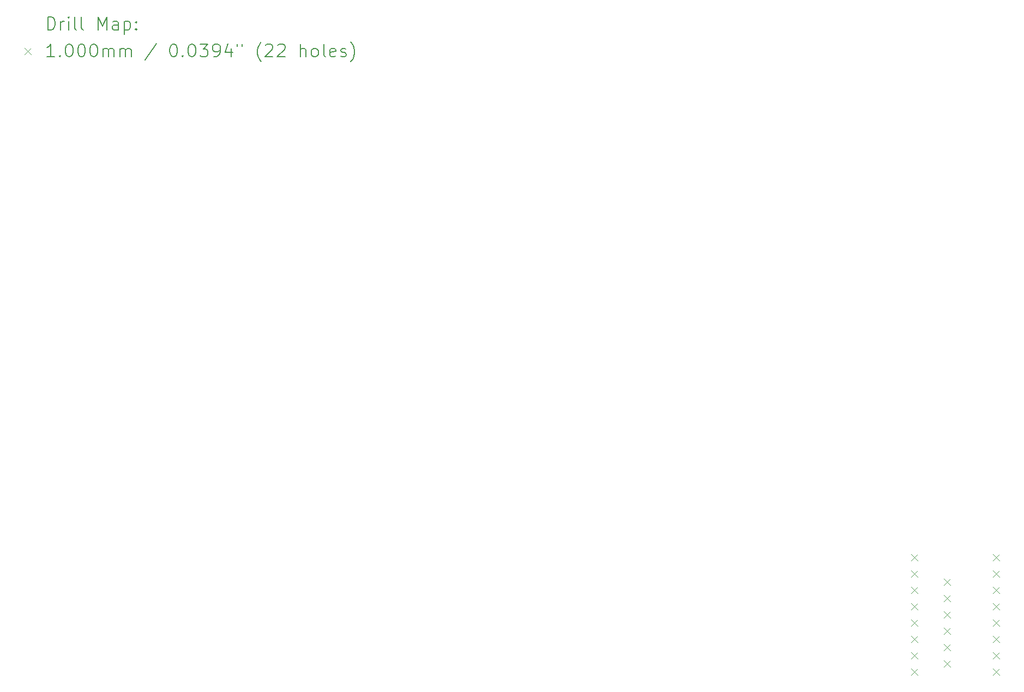
<source format=gbr>
%FSLAX45Y45*%
G04 Gerber Fmt 4.5, Leading zero omitted, Abs format (unit mm)*
G04 Created by KiCad (PCBNEW (6.0.2)) date 2025-01-10 20:51:44*
%MOMM*%
%LPD*%
G01*
G04 APERTURE LIST*
%ADD10C,0.200000*%
%ADD11C,0.100000*%
G04 APERTURE END LIST*
D10*
D11*
X13666000Y-8460500D02*
X13766000Y-8560500D01*
X13766000Y-8460500D02*
X13666000Y-8560500D01*
X13666000Y-8714500D02*
X13766000Y-8814500D01*
X13766000Y-8714500D02*
X13666000Y-8814500D01*
X13666000Y-8968500D02*
X13766000Y-9068500D01*
X13766000Y-8968500D02*
X13666000Y-9068500D01*
X13666000Y-9222500D02*
X13766000Y-9322500D01*
X13766000Y-9222500D02*
X13666000Y-9322500D01*
X13666000Y-9476500D02*
X13766000Y-9576500D01*
X13766000Y-9476500D02*
X13666000Y-9576500D01*
X13666000Y-9730500D02*
X13766000Y-9830500D01*
X13766000Y-9730500D02*
X13666000Y-9830500D01*
X13666000Y-9984500D02*
X13766000Y-10084500D01*
X13766000Y-9984500D02*
X13666000Y-10084500D01*
X13666000Y-10238500D02*
X13766000Y-10338500D01*
X13766000Y-10238500D02*
X13666000Y-10338500D01*
X14174000Y-8840000D02*
X14274000Y-8940000D01*
X14274000Y-8840000D02*
X14174000Y-8940000D01*
X14174000Y-9094000D02*
X14274000Y-9194000D01*
X14274000Y-9094000D02*
X14174000Y-9194000D01*
X14174000Y-9348000D02*
X14274000Y-9448000D01*
X14274000Y-9348000D02*
X14174000Y-9448000D01*
X14174000Y-9602000D02*
X14274000Y-9702000D01*
X14274000Y-9602000D02*
X14174000Y-9702000D01*
X14174000Y-9856000D02*
X14274000Y-9956000D01*
X14274000Y-9856000D02*
X14174000Y-9956000D01*
X14174000Y-10110000D02*
X14274000Y-10210000D01*
X14274000Y-10110000D02*
X14174000Y-10210000D01*
X14936000Y-8460500D02*
X15036000Y-8560500D01*
X15036000Y-8460500D02*
X14936000Y-8560500D01*
X14936000Y-8714500D02*
X15036000Y-8814500D01*
X15036000Y-8714500D02*
X14936000Y-8814500D01*
X14936000Y-8968500D02*
X15036000Y-9068500D01*
X15036000Y-8968500D02*
X14936000Y-9068500D01*
X14936000Y-9222500D02*
X15036000Y-9322500D01*
X15036000Y-9222500D02*
X14936000Y-9322500D01*
X14936000Y-9476500D02*
X15036000Y-9576500D01*
X15036000Y-9476500D02*
X14936000Y-9576500D01*
X14936000Y-9730500D02*
X15036000Y-9830500D01*
X15036000Y-9730500D02*
X14936000Y-9830500D01*
X14936000Y-9984500D02*
X15036000Y-10084500D01*
X15036000Y-9984500D02*
X14936000Y-10084500D01*
X14936000Y-10238500D02*
X15036000Y-10338500D01*
X15036000Y-10238500D02*
X14936000Y-10338500D01*
D10*
X257619Y-310476D02*
X257619Y-110476D01*
X305238Y-110476D01*
X333810Y-120000D01*
X352857Y-139048D01*
X362381Y-158095D01*
X371905Y-196190D01*
X371905Y-224762D01*
X362381Y-262857D01*
X352857Y-281905D01*
X333810Y-300952D01*
X305238Y-310476D01*
X257619Y-310476D01*
X457619Y-310476D02*
X457619Y-177143D01*
X457619Y-215238D02*
X467143Y-196190D01*
X476667Y-186667D01*
X495714Y-177143D01*
X514762Y-177143D01*
X581429Y-310476D02*
X581429Y-177143D01*
X581429Y-110476D02*
X571905Y-120000D01*
X581429Y-129524D01*
X590952Y-120000D01*
X581429Y-110476D01*
X581429Y-129524D01*
X705238Y-310476D02*
X686190Y-300952D01*
X676667Y-281905D01*
X676667Y-110476D01*
X810000Y-310476D02*
X790952Y-300952D01*
X781428Y-281905D01*
X781428Y-110476D01*
X1038571Y-310476D02*
X1038571Y-110476D01*
X1105238Y-253333D01*
X1171905Y-110476D01*
X1171905Y-310476D01*
X1352857Y-310476D02*
X1352857Y-205714D01*
X1343333Y-186667D01*
X1324286Y-177143D01*
X1286190Y-177143D01*
X1267143Y-186667D01*
X1352857Y-300952D02*
X1333810Y-310476D01*
X1286190Y-310476D01*
X1267143Y-300952D01*
X1257619Y-281905D01*
X1257619Y-262857D01*
X1267143Y-243809D01*
X1286190Y-234286D01*
X1333810Y-234286D01*
X1352857Y-224762D01*
X1448095Y-177143D02*
X1448095Y-377143D01*
X1448095Y-186667D02*
X1467143Y-177143D01*
X1505238Y-177143D01*
X1524286Y-186667D01*
X1533809Y-196190D01*
X1543333Y-215238D01*
X1543333Y-272381D01*
X1533809Y-291429D01*
X1524286Y-300952D01*
X1505238Y-310476D01*
X1467143Y-310476D01*
X1448095Y-300952D01*
X1629048Y-291429D02*
X1638571Y-300952D01*
X1629048Y-310476D01*
X1619524Y-300952D01*
X1629048Y-291429D01*
X1629048Y-310476D01*
X1629048Y-186667D02*
X1638571Y-196190D01*
X1629048Y-205714D01*
X1619524Y-196190D01*
X1629048Y-186667D01*
X1629048Y-205714D01*
D11*
X-100000Y-590000D02*
X0Y-690000D01*
X0Y-590000D02*
X-100000Y-690000D01*
D10*
X362381Y-730476D02*
X248095Y-730476D01*
X305238Y-730476D02*
X305238Y-530476D01*
X286190Y-559048D01*
X267143Y-578095D01*
X248095Y-587619D01*
X448095Y-711428D02*
X457619Y-720952D01*
X448095Y-730476D01*
X438571Y-720952D01*
X448095Y-711428D01*
X448095Y-730476D01*
X581429Y-530476D02*
X600476Y-530476D01*
X619524Y-540000D01*
X629048Y-549524D01*
X638571Y-568571D01*
X648095Y-606667D01*
X648095Y-654286D01*
X638571Y-692381D01*
X629048Y-711428D01*
X619524Y-720952D01*
X600476Y-730476D01*
X581429Y-730476D01*
X562381Y-720952D01*
X552857Y-711428D01*
X543333Y-692381D01*
X533810Y-654286D01*
X533810Y-606667D01*
X543333Y-568571D01*
X552857Y-549524D01*
X562381Y-540000D01*
X581429Y-530476D01*
X771905Y-530476D02*
X790952Y-530476D01*
X810000Y-540000D01*
X819524Y-549524D01*
X829048Y-568571D01*
X838571Y-606667D01*
X838571Y-654286D01*
X829048Y-692381D01*
X819524Y-711428D01*
X810000Y-720952D01*
X790952Y-730476D01*
X771905Y-730476D01*
X752857Y-720952D01*
X743333Y-711428D01*
X733809Y-692381D01*
X724286Y-654286D01*
X724286Y-606667D01*
X733809Y-568571D01*
X743333Y-549524D01*
X752857Y-540000D01*
X771905Y-530476D01*
X962381Y-530476D02*
X981428Y-530476D01*
X1000476Y-540000D01*
X1010000Y-549524D01*
X1019524Y-568571D01*
X1029048Y-606667D01*
X1029048Y-654286D01*
X1019524Y-692381D01*
X1010000Y-711428D01*
X1000476Y-720952D01*
X981428Y-730476D01*
X962381Y-730476D01*
X943333Y-720952D01*
X933809Y-711428D01*
X924286Y-692381D01*
X914762Y-654286D01*
X914762Y-606667D01*
X924286Y-568571D01*
X933809Y-549524D01*
X943333Y-540000D01*
X962381Y-530476D01*
X1114762Y-730476D02*
X1114762Y-597143D01*
X1114762Y-616190D02*
X1124286Y-606667D01*
X1143333Y-597143D01*
X1171905Y-597143D01*
X1190952Y-606667D01*
X1200476Y-625714D01*
X1200476Y-730476D01*
X1200476Y-625714D02*
X1210000Y-606667D01*
X1229048Y-597143D01*
X1257619Y-597143D01*
X1276667Y-606667D01*
X1286190Y-625714D01*
X1286190Y-730476D01*
X1381429Y-730476D02*
X1381429Y-597143D01*
X1381429Y-616190D02*
X1390952Y-606667D01*
X1410000Y-597143D01*
X1438571Y-597143D01*
X1457619Y-606667D01*
X1467143Y-625714D01*
X1467143Y-730476D01*
X1467143Y-625714D02*
X1476667Y-606667D01*
X1495714Y-597143D01*
X1524286Y-597143D01*
X1543333Y-606667D01*
X1552857Y-625714D01*
X1552857Y-730476D01*
X1943333Y-520952D02*
X1771905Y-778095D01*
X2200476Y-530476D02*
X2219524Y-530476D01*
X2238571Y-540000D01*
X2248095Y-549524D01*
X2257619Y-568571D01*
X2267143Y-606667D01*
X2267143Y-654286D01*
X2257619Y-692381D01*
X2248095Y-711428D01*
X2238571Y-720952D01*
X2219524Y-730476D01*
X2200476Y-730476D01*
X2181429Y-720952D01*
X2171905Y-711428D01*
X2162381Y-692381D01*
X2152857Y-654286D01*
X2152857Y-606667D01*
X2162381Y-568571D01*
X2171905Y-549524D01*
X2181429Y-540000D01*
X2200476Y-530476D01*
X2352857Y-711428D02*
X2362381Y-720952D01*
X2352857Y-730476D01*
X2343333Y-720952D01*
X2352857Y-711428D01*
X2352857Y-730476D01*
X2486190Y-530476D02*
X2505238Y-530476D01*
X2524286Y-540000D01*
X2533810Y-549524D01*
X2543333Y-568571D01*
X2552857Y-606667D01*
X2552857Y-654286D01*
X2543333Y-692381D01*
X2533810Y-711428D01*
X2524286Y-720952D01*
X2505238Y-730476D01*
X2486190Y-730476D01*
X2467143Y-720952D01*
X2457619Y-711428D01*
X2448095Y-692381D01*
X2438571Y-654286D01*
X2438571Y-606667D01*
X2448095Y-568571D01*
X2457619Y-549524D01*
X2467143Y-540000D01*
X2486190Y-530476D01*
X2619524Y-530476D02*
X2743333Y-530476D01*
X2676667Y-606667D01*
X2705238Y-606667D01*
X2724286Y-616190D01*
X2733810Y-625714D01*
X2743333Y-644762D01*
X2743333Y-692381D01*
X2733810Y-711428D01*
X2724286Y-720952D01*
X2705238Y-730476D01*
X2648095Y-730476D01*
X2629048Y-720952D01*
X2619524Y-711428D01*
X2838571Y-730476D02*
X2876667Y-730476D01*
X2895714Y-720952D01*
X2905238Y-711428D01*
X2924286Y-682857D01*
X2933809Y-644762D01*
X2933809Y-568571D01*
X2924286Y-549524D01*
X2914762Y-540000D01*
X2895714Y-530476D01*
X2857619Y-530476D01*
X2838571Y-540000D01*
X2829048Y-549524D01*
X2819524Y-568571D01*
X2819524Y-616190D01*
X2829048Y-635238D01*
X2838571Y-644762D01*
X2857619Y-654286D01*
X2895714Y-654286D01*
X2914762Y-644762D01*
X2924286Y-635238D01*
X2933809Y-616190D01*
X3105238Y-597143D02*
X3105238Y-730476D01*
X3057619Y-520952D02*
X3010000Y-663810D01*
X3133809Y-663810D01*
X3200476Y-530476D02*
X3200476Y-568571D01*
X3276667Y-530476D02*
X3276667Y-568571D01*
X3571905Y-806667D02*
X3562381Y-797143D01*
X3543333Y-768571D01*
X3533809Y-749524D01*
X3524286Y-720952D01*
X3514762Y-673333D01*
X3514762Y-635238D01*
X3524286Y-587619D01*
X3533809Y-559048D01*
X3543333Y-540000D01*
X3562381Y-511428D01*
X3571905Y-501905D01*
X3638571Y-549524D02*
X3648095Y-540000D01*
X3667143Y-530476D01*
X3714762Y-530476D01*
X3733809Y-540000D01*
X3743333Y-549524D01*
X3752857Y-568571D01*
X3752857Y-587619D01*
X3743333Y-616190D01*
X3629048Y-730476D01*
X3752857Y-730476D01*
X3829048Y-549524D02*
X3838571Y-540000D01*
X3857619Y-530476D01*
X3905238Y-530476D01*
X3924286Y-540000D01*
X3933809Y-549524D01*
X3943333Y-568571D01*
X3943333Y-587619D01*
X3933809Y-616190D01*
X3819524Y-730476D01*
X3943333Y-730476D01*
X4181428Y-730476D02*
X4181428Y-530476D01*
X4267143Y-730476D02*
X4267143Y-625714D01*
X4257619Y-606667D01*
X4238571Y-597143D01*
X4210000Y-597143D01*
X4190952Y-606667D01*
X4181428Y-616190D01*
X4390952Y-730476D02*
X4371905Y-720952D01*
X4362381Y-711428D01*
X4352857Y-692381D01*
X4352857Y-635238D01*
X4362381Y-616190D01*
X4371905Y-606667D01*
X4390952Y-597143D01*
X4419524Y-597143D01*
X4438571Y-606667D01*
X4448095Y-616190D01*
X4457619Y-635238D01*
X4457619Y-692381D01*
X4448095Y-711428D01*
X4438571Y-720952D01*
X4419524Y-730476D01*
X4390952Y-730476D01*
X4571905Y-730476D02*
X4552857Y-720952D01*
X4543333Y-701905D01*
X4543333Y-530476D01*
X4724286Y-720952D02*
X4705238Y-730476D01*
X4667143Y-730476D01*
X4648095Y-720952D01*
X4638571Y-701905D01*
X4638571Y-625714D01*
X4648095Y-606667D01*
X4667143Y-597143D01*
X4705238Y-597143D01*
X4724286Y-606667D01*
X4733810Y-625714D01*
X4733810Y-644762D01*
X4638571Y-663810D01*
X4810000Y-720952D02*
X4829048Y-730476D01*
X4867143Y-730476D01*
X4886190Y-720952D01*
X4895714Y-701905D01*
X4895714Y-692381D01*
X4886190Y-673333D01*
X4867143Y-663810D01*
X4838571Y-663810D01*
X4819524Y-654286D01*
X4810000Y-635238D01*
X4810000Y-625714D01*
X4819524Y-606667D01*
X4838571Y-597143D01*
X4867143Y-597143D01*
X4886190Y-606667D01*
X4962381Y-806667D02*
X4971905Y-797143D01*
X4990952Y-768571D01*
X5000476Y-749524D01*
X5010000Y-720952D01*
X5019524Y-673333D01*
X5019524Y-635238D01*
X5010000Y-587619D01*
X5000476Y-559048D01*
X4990952Y-540000D01*
X4971905Y-511428D01*
X4962381Y-501905D01*
M02*

</source>
